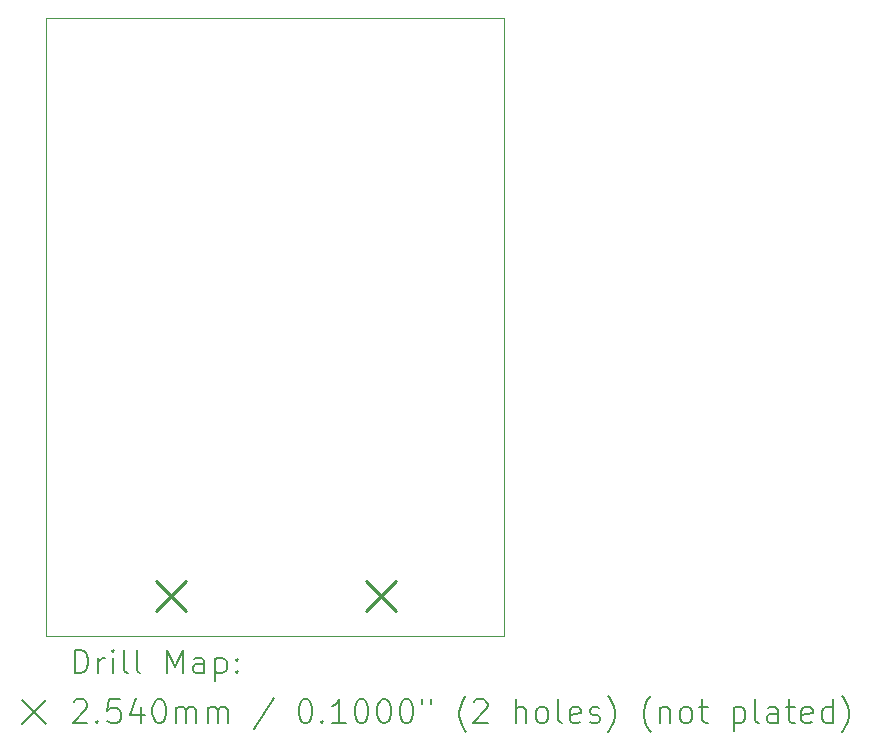
<source format=gbr>
%TF.GenerationSoftware,KiCad,Pcbnew,7.0.1*%
%TF.CreationDate,2023-04-24T15:18:02-04:00*%
%TF.ProjectId,Feather-F405-Bridge,46656174-6865-4722-9d46-3430352d4272,rev?*%
%TF.SameCoordinates,Original*%
%TF.FileFunction,Drillmap*%
%TF.FilePolarity,Positive*%
%FSLAX45Y45*%
G04 Gerber Fmt 4.5, Leading zero omitted, Abs format (unit mm)*
G04 Created by KiCad (PCBNEW 7.0.1) date 2023-04-24 15:18:02*
%MOMM*%
%LPD*%
G01*
G04 APERTURE LIST*
%ADD10C,0.100000*%
%ADD11C,0.200000*%
%ADD12C,0.254000*%
G04 APERTURE END LIST*
D10*
X4445000Y-11747500D02*
X8318500Y-11747500D01*
X8318500Y-16979900D01*
X4445000Y-16979900D01*
X4445000Y-11747500D01*
D11*
D12*
X5377000Y-16519000D02*
X5631000Y-16773000D01*
X5631000Y-16519000D02*
X5377000Y-16773000D01*
X7155000Y-16519000D02*
X7409000Y-16773000D01*
X7409000Y-16519000D02*
X7155000Y-16773000D01*
D11*
X4687619Y-17297424D02*
X4687619Y-17097424D01*
X4687619Y-17097424D02*
X4735238Y-17097424D01*
X4735238Y-17097424D02*
X4763810Y-17106948D01*
X4763810Y-17106948D02*
X4782857Y-17125995D01*
X4782857Y-17125995D02*
X4792381Y-17145043D01*
X4792381Y-17145043D02*
X4801905Y-17183138D01*
X4801905Y-17183138D02*
X4801905Y-17211710D01*
X4801905Y-17211710D02*
X4792381Y-17249805D01*
X4792381Y-17249805D02*
X4782857Y-17268852D01*
X4782857Y-17268852D02*
X4763810Y-17287900D01*
X4763810Y-17287900D02*
X4735238Y-17297424D01*
X4735238Y-17297424D02*
X4687619Y-17297424D01*
X4887619Y-17297424D02*
X4887619Y-17164090D01*
X4887619Y-17202186D02*
X4897143Y-17183138D01*
X4897143Y-17183138D02*
X4906667Y-17173614D01*
X4906667Y-17173614D02*
X4925714Y-17164090D01*
X4925714Y-17164090D02*
X4944762Y-17164090D01*
X5011429Y-17297424D02*
X5011429Y-17164090D01*
X5011429Y-17097424D02*
X5001905Y-17106948D01*
X5001905Y-17106948D02*
X5011429Y-17116471D01*
X5011429Y-17116471D02*
X5020952Y-17106948D01*
X5020952Y-17106948D02*
X5011429Y-17097424D01*
X5011429Y-17097424D02*
X5011429Y-17116471D01*
X5135238Y-17297424D02*
X5116190Y-17287900D01*
X5116190Y-17287900D02*
X5106667Y-17268852D01*
X5106667Y-17268852D02*
X5106667Y-17097424D01*
X5240000Y-17297424D02*
X5220952Y-17287900D01*
X5220952Y-17287900D02*
X5211429Y-17268852D01*
X5211429Y-17268852D02*
X5211429Y-17097424D01*
X5468571Y-17297424D02*
X5468571Y-17097424D01*
X5468571Y-17097424D02*
X5535238Y-17240281D01*
X5535238Y-17240281D02*
X5601905Y-17097424D01*
X5601905Y-17097424D02*
X5601905Y-17297424D01*
X5782857Y-17297424D02*
X5782857Y-17192662D01*
X5782857Y-17192662D02*
X5773333Y-17173614D01*
X5773333Y-17173614D02*
X5754286Y-17164090D01*
X5754286Y-17164090D02*
X5716190Y-17164090D01*
X5716190Y-17164090D02*
X5697143Y-17173614D01*
X5782857Y-17287900D02*
X5763809Y-17297424D01*
X5763809Y-17297424D02*
X5716190Y-17297424D01*
X5716190Y-17297424D02*
X5697143Y-17287900D01*
X5697143Y-17287900D02*
X5687619Y-17268852D01*
X5687619Y-17268852D02*
X5687619Y-17249805D01*
X5687619Y-17249805D02*
X5697143Y-17230757D01*
X5697143Y-17230757D02*
X5716190Y-17221233D01*
X5716190Y-17221233D02*
X5763809Y-17221233D01*
X5763809Y-17221233D02*
X5782857Y-17211710D01*
X5878095Y-17164090D02*
X5878095Y-17364090D01*
X5878095Y-17173614D02*
X5897143Y-17164090D01*
X5897143Y-17164090D02*
X5935238Y-17164090D01*
X5935238Y-17164090D02*
X5954286Y-17173614D01*
X5954286Y-17173614D02*
X5963809Y-17183138D01*
X5963809Y-17183138D02*
X5973333Y-17202186D01*
X5973333Y-17202186D02*
X5973333Y-17259329D01*
X5973333Y-17259329D02*
X5963809Y-17278376D01*
X5963809Y-17278376D02*
X5954286Y-17287900D01*
X5954286Y-17287900D02*
X5935238Y-17297424D01*
X5935238Y-17297424D02*
X5897143Y-17297424D01*
X5897143Y-17297424D02*
X5878095Y-17287900D01*
X6059048Y-17278376D02*
X6068571Y-17287900D01*
X6068571Y-17287900D02*
X6059048Y-17297424D01*
X6059048Y-17297424D02*
X6049524Y-17287900D01*
X6049524Y-17287900D02*
X6059048Y-17278376D01*
X6059048Y-17278376D02*
X6059048Y-17297424D01*
X6059048Y-17173614D02*
X6068571Y-17183138D01*
X6068571Y-17183138D02*
X6059048Y-17192662D01*
X6059048Y-17192662D02*
X6049524Y-17183138D01*
X6049524Y-17183138D02*
X6059048Y-17173614D01*
X6059048Y-17173614D02*
X6059048Y-17192662D01*
X4240000Y-17524900D02*
X4440000Y-17724900D01*
X4440000Y-17524900D02*
X4240000Y-17724900D01*
X4678095Y-17536471D02*
X4687619Y-17526948D01*
X4687619Y-17526948D02*
X4706667Y-17517424D01*
X4706667Y-17517424D02*
X4754286Y-17517424D01*
X4754286Y-17517424D02*
X4773333Y-17526948D01*
X4773333Y-17526948D02*
X4782857Y-17536471D01*
X4782857Y-17536471D02*
X4792381Y-17555519D01*
X4792381Y-17555519D02*
X4792381Y-17574567D01*
X4792381Y-17574567D02*
X4782857Y-17603138D01*
X4782857Y-17603138D02*
X4668571Y-17717424D01*
X4668571Y-17717424D02*
X4792381Y-17717424D01*
X4878095Y-17698376D02*
X4887619Y-17707900D01*
X4887619Y-17707900D02*
X4878095Y-17717424D01*
X4878095Y-17717424D02*
X4868571Y-17707900D01*
X4868571Y-17707900D02*
X4878095Y-17698376D01*
X4878095Y-17698376D02*
X4878095Y-17717424D01*
X5068571Y-17517424D02*
X4973333Y-17517424D01*
X4973333Y-17517424D02*
X4963810Y-17612662D01*
X4963810Y-17612662D02*
X4973333Y-17603138D01*
X4973333Y-17603138D02*
X4992381Y-17593614D01*
X4992381Y-17593614D02*
X5040000Y-17593614D01*
X5040000Y-17593614D02*
X5059048Y-17603138D01*
X5059048Y-17603138D02*
X5068571Y-17612662D01*
X5068571Y-17612662D02*
X5078095Y-17631710D01*
X5078095Y-17631710D02*
X5078095Y-17679329D01*
X5078095Y-17679329D02*
X5068571Y-17698376D01*
X5068571Y-17698376D02*
X5059048Y-17707900D01*
X5059048Y-17707900D02*
X5040000Y-17717424D01*
X5040000Y-17717424D02*
X4992381Y-17717424D01*
X4992381Y-17717424D02*
X4973333Y-17707900D01*
X4973333Y-17707900D02*
X4963810Y-17698376D01*
X5249524Y-17584090D02*
X5249524Y-17717424D01*
X5201905Y-17507900D02*
X5154286Y-17650757D01*
X5154286Y-17650757D02*
X5278095Y-17650757D01*
X5392381Y-17517424D02*
X5411429Y-17517424D01*
X5411429Y-17517424D02*
X5430476Y-17526948D01*
X5430476Y-17526948D02*
X5440000Y-17536471D01*
X5440000Y-17536471D02*
X5449524Y-17555519D01*
X5449524Y-17555519D02*
X5459048Y-17593614D01*
X5459048Y-17593614D02*
X5459048Y-17641233D01*
X5459048Y-17641233D02*
X5449524Y-17679329D01*
X5449524Y-17679329D02*
X5440000Y-17698376D01*
X5440000Y-17698376D02*
X5430476Y-17707900D01*
X5430476Y-17707900D02*
X5411429Y-17717424D01*
X5411429Y-17717424D02*
X5392381Y-17717424D01*
X5392381Y-17717424D02*
X5373333Y-17707900D01*
X5373333Y-17707900D02*
X5363810Y-17698376D01*
X5363810Y-17698376D02*
X5354286Y-17679329D01*
X5354286Y-17679329D02*
X5344762Y-17641233D01*
X5344762Y-17641233D02*
X5344762Y-17593614D01*
X5344762Y-17593614D02*
X5354286Y-17555519D01*
X5354286Y-17555519D02*
X5363810Y-17536471D01*
X5363810Y-17536471D02*
X5373333Y-17526948D01*
X5373333Y-17526948D02*
X5392381Y-17517424D01*
X5544762Y-17717424D02*
X5544762Y-17584090D01*
X5544762Y-17603138D02*
X5554286Y-17593614D01*
X5554286Y-17593614D02*
X5573333Y-17584090D01*
X5573333Y-17584090D02*
X5601905Y-17584090D01*
X5601905Y-17584090D02*
X5620952Y-17593614D01*
X5620952Y-17593614D02*
X5630476Y-17612662D01*
X5630476Y-17612662D02*
X5630476Y-17717424D01*
X5630476Y-17612662D02*
X5640000Y-17593614D01*
X5640000Y-17593614D02*
X5659048Y-17584090D01*
X5659048Y-17584090D02*
X5687619Y-17584090D01*
X5687619Y-17584090D02*
X5706667Y-17593614D01*
X5706667Y-17593614D02*
X5716190Y-17612662D01*
X5716190Y-17612662D02*
X5716190Y-17717424D01*
X5811429Y-17717424D02*
X5811429Y-17584090D01*
X5811429Y-17603138D02*
X5820952Y-17593614D01*
X5820952Y-17593614D02*
X5840000Y-17584090D01*
X5840000Y-17584090D02*
X5868571Y-17584090D01*
X5868571Y-17584090D02*
X5887619Y-17593614D01*
X5887619Y-17593614D02*
X5897143Y-17612662D01*
X5897143Y-17612662D02*
X5897143Y-17717424D01*
X5897143Y-17612662D02*
X5906667Y-17593614D01*
X5906667Y-17593614D02*
X5925714Y-17584090D01*
X5925714Y-17584090D02*
X5954286Y-17584090D01*
X5954286Y-17584090D02*
X5973333Y-17593614D01*
X5973333Y-17593614D02*
X5982857Y-17612662D01*
X5982857Y-17612662D02*
X5982857Y-17717424D01*
X6373333Y-17507900D02*
X6201905Y-17765043D01*
X6630476Y-17517424D02*
X6649524Y-17517424D01*
X6649524Y-17517424D02*
X6668572Y-17526948D01*
X6668572Y-17526948D02*
X6678095Y-17536471D01*
X6678095Y-17536471D02*
X6687619Y-17555519D01*
X6687619Y-17555519D02*
X6697143Y-17593614D01*
X6697143Y-17593614D02*
X6697143Y-17641233D01*
X6697143Y-17641233D02*
X6687619Y-17679329D01*
X6687619Y-17679329D02*
X6678095Y-17698376D01*
X6678095Y-17698376D02*
X6668572Y-17707900D01*
X6668572Y-17707900D02*
X6649524Y-17717424D01*
X6649524Y-17717424D02*
X6630476Y-17717424D01*
X6630476Y-17717424D02*
X6611429Y-17707900D01*
X6611429Y-17707900D02*
X6601905Y-17698376D01*
X6601905Y-17698376D02*
X6592381Y-17679329D01*
X6592381Y-17679329D02*
X6582857Y-17641233D01*
X6582857Y-17641233D02*
X6582857Y-17593614D01*
X6582857Y-17593614D02*
X6592381Y-17555519D01*
X6592381Y-17555519D02*
X6601905Y-17536471D01*
X6601905Y-17536471D02*
X6611429Y-17526948D01*
X6611429Y-17526948D02*
X6630476Y-17517424D01*
X6782857Y-17698376D02*
X6792381Y-17707900D01*
X6792381Y-17707900D02*
X6782857Y-17717424D01*
X6782857Y-17717424D02*
X6773333Y-17707900D01*
X6773333Y-17707900D02*
X6782857Y-17698376D01*
X6782857Y-17698376D02*
X6782857Y-17717424D01*
X6982857Y-17717424D02*
X6868572Y-17717424D01*
X6925714Y-17717424D02*
X6925714Y-17517424D01*
X6925714Y-17517424D02*
X6906667Y-17545995D01*
X6906667Y-17545995D02*
X6887619Y-17565043D01*
X6887619Y-17565043D02*
X6868572Y-17574567D01*
X7106667Y-17517424D02*
X7125714Y-17517424D01*
X7125714Y-17517424D02*
X7144762Y-17526948D01*
X7144762Y-17526948D02*
X7154286Y-17536471D01*
X7154286Y-17536471D02*
X7163810Y-17555519D01*
X7163810Y-17555519D02*
X7173333Y-17593614D01*
X7173333Y-17593614D02*
X7173333Y-17641233D01*
X7173333Y-17641233D02*
X7163810Y-17679329D01*
X7163810Y-17679329D02*
X7154286Y-17698376D01*
X7154286Y-17698376D02*
X7144762Y-17707900D01*
X7144762Y-17707900D02*
X7125714Y-17717424D01*
X7125714Y-17717424D02*
X7106667Y-17717424D01*
X7106667Y-17717424D02*
X7087619Y-17707900D01*
X7087619Y-17707900D02*
X7078095Y-17698376D01*
X7078095Y-17698376D02*
X7068572Y-17679329D01*
X7068572Y-17679329D02*
X7059048Y-17641233D01*
X7059048Y-17641233D02*
X7059048Y-17593614D01*
X7059048Y-17593614D02*
X7068572Y-17555519D01*
X7068572Y-17555519D02*
X7078095Y-17536471D01*
X7078095Y-17536471D02*
X7087619Y-17526948D01*
X7087619Y-17526948D02*
X7106667Y-17517424D01*
X7297143Y-17517424D02*
X7316191Y-17517424D01*
X7316191Y-17517424D02*
X7335238Y-17526948D01*
X7335238Y-17526948D02*
X7344762Y-17536471D01*
X7344762Y-17536471D02*
X7354286Y-17555519D01*
X7354286Y-17555519D02*
X7363810Y-17593614D01*
X7363810Y-17593614D02*
X7363810Y-17641233D01*
X7363810Y-17641233D02*
X7354286Y-17679329D01*
X7354286Y-17679329D02*
X7344762Y-17698376D01*
X7344762Y-17698376D02*
X7335238Y-17707900D01*
X7335238Y-17707900D02*
X7316191Y-17717424D01*
X7316191Y-17717424D02*
X7297143Y-17717424D01*
X7297143Y-17717424D02*
X7278095Y-17707900D01*
X7278095Y-17707900D02*
X7268572Y-17698376D01*
X7268572Y-17698376D02*
X7259048Y-17679329D01*
X7259048Y-17679329D02*
X7249524Y-17641233D01*
X7249524Y-17641233D02*
X7249524Y-17593614D01*
X7249524Y-17593614D02*
X7259048Y-17555519D01*
X7259048Y-17555519D02*
X7268572Y-17536471D01*
X7268572Y-17536471D02*
X7278095Y-17526948D01*
X7278095Y-17526948D02*
X7297143Y-17517424D01*
X7487619Y-17517424D02*
X7506667Y-17517424D01*
X7506667Y-17517424D02*
X7525714Y-17526948D01*
X7525714Y-17526948D02*
X7535238Y-17536471D01*
X7535238Y-17536471D02*
X7544762Y-17555519D01*
X7544762Y-17555519D02*
X7554286Y-17593614D01*
X7554286Y-17593614D02*
X7554286Y-17641233D01*
X7554286Y-17641233D02*
X7544762Y-17679329D01*
X7544762Y-17679329D02*
X7535238Y-17698376D01*
X7535238Y-17698376D02*
X7525714Y-17707900D01*
X7525714Y-17707900D02*
X7506667Y-17717424D01*
X7506667Y-17717424D02*
X7487619Y-17717424D01*
X7487619Y-17717424D02*
X7468572Y-17707900D01*
X7468572Y-17707900D02*
X7459048Y-17698376D01*
X7459048Y-17698376D02*
X7449524Y-17679329D01*
X7449524Y-17679329D02*
X7440000Y-17641233D01*
X7440000Y-17641233D02*
X7440000Y-17593614D01*
X7440000Y-17593614D02*
X7449524Y-17555519D01*
X7449524Y-17555519D02*
X7459048Y-17536471D01*
X7459048Y-17536471D02*
X7468572Y-17526948D01*
X7468572Y-17526948D02*
X7487619Y-17517424D01*
X7630476Y-17517424D02*
X7630476Y-17555519D01*
X7706667Y-17517424D02*
X7706667Y-17555519D01*
X8001905Y-17793614D02*
X7992381Y-17784090D01*
X7992381Y-17784090D02*
X7973334Y-17755519D01*
X7973334Y-17755519D02*
X7963810Y-17736471D01*
X7963810Y-17736471D02*
X7954286Y-17707900D01*
X7954286Y-17707900D02*
X7944762Y-17660281D01*
X7944762Y-17660281D02*
X7944762Y-17622186D01*
X7944762Y-17622186D02*
X7954286Y-17574567D01*
X7954286Y-17574567D02*
X7963810Y-17545995D01*
X7963810Y-17545995D02*
X7973334Y-17526948D01*
X7973334Y-17526948D02*
X7992381Y-17498376D01*
X7992381Y-17498376D02*
X8001905Y-17488852D01*
X8068572Y-17536471D02*
X8078095Y-17526948D01*
X8078095Y-17526948D02*
X8097143Y-17517424D01*
X8097143Y-17517424D02*
X8144762Y-17517424D01*
X8144762Y-17517424D02*
X8163810Y-17526948D01*
X8163810Y-17526948D02*
X8173334Y-17536471D01*
X8173334Y-17536471D02*
X8182857Y-17555519D01*
X8182857Y-17555519D02*
X8182857Y-17574567D01*
X8182857Y-17574567D02*
X8173334Y-17603138D01*
X8173334Y-17603138D02*
X8059048Y-17717424D01*
X8059048Y-17717424D02*
X8182857Y-17717424D01*
X8420953Y-17717424D02*
X8420953Y-17517424D01*
X8506667Y-17717424D02*
X8506667Y-17612662D01*
X8506667Y-17612662D02*
X8497143Y-17593614D01*
X8497143Y-17593614D02*
X8478096Y-17584090D01*
X8478096Y-17584090D02*
X8449524Y-17584090D01*
X8449524Y-17584090D02*
X8430477Y-17593614D01*
X8430477Y-17593614D02*
X8420953Y-17603138D01*
X8630477Y-17717424D02*
X8611429Y-17707900D01*
X8611429Y-17707900D02*
X8601905Y-17698376D01*
X8601905Y-17698376D02*
X8592381Y-17679329D01*
X8592381Y-17679329D02*
X8592381Y-17622186D01*
X8592381Y-17622186D02*
X8601905Y-17603138D01*
X8601905Y-17603138D02*
X8611429Y-17593614D01*
X8611429Y-17593614D02*
X8630477Y-17584090D01*
X8630477Y-17584090D02*
X8659048Y-17584090D01*
X8659048Y-17584090D02*
X8678096Y-17593614D01*
X8678096Y-17593614D02*
X8687619Y-17603138D01*
X8687619Y-17603138D02*
X8697143Y-17622186D01*
X8697143Y-17622186D02*
X8697143Y-17679329D01*
X8697143Y-17679329D02*
X8687619Y-17698376D01*
X8687619Y-17698376D02*
X8678096Y-17707900D01*
X8678096Y-17707900D02*
X8659048Y-17717424D01*
X8659048Y-17717424D02*
X8630477Y-17717424D01*
X8811429Y-17717424D02*
X8792381Y-17707900D01*
X8792381Y-17707900D02*
X8782858Y-17688852D01*
X8782858Y-17688852D02*
X8782858Y-17517424D01*
X8963810Y-17707900D02*
X8944762Y-17717424D01*
X8944762Y-17717424D02*
X8906667Y-17717424D01*
X8906667Y-17717424D02*
X8887619Y-17707900D01*
X8887619Y-17707900D02*
X8878096Y-17688852D01*
X8878096Y-17688852D02*
X8878096Y-17612662D01*
X8878096Y-17612662D02*
X8887619Y-17593614D01*
X8887619Y-17593614D02*
X8906667Y-17584090D01*
X8906667Y-17584090D02*
X8944762Y-17584090D01*
X8944762Y-17584090D02*
X8963810Y-17593614D01*
X8963810Y-17593614D02*
X8973334Y-17612662D01*
X8973334Y-17612662D02*
X8973334Y-17631710D01*
X8973334Y-17631710D02*
X8878096Y-17650757D01*
X9049524Y-17707900D02*
X9068572Y-17717424D01*
X9068572Y-17717424D02*
X9106667Y-17717424D01*
X9106667Y-17717424D02*
X9125715Y-17707900D01*
X9125715Y-17707900D02*
X9135239Y-17688852D01*
X9135239Y-17688852D02*
X9135239Y-17679329D01*
X9135239Y-17679329D02*
X9125715Y-17660281D01*
X9125715Y-17660281D02*
X9106667Y-17650757D01*
X9106667Y-17650757D02*
X9078096Y-17650757D01*
X9078096Y-17650757D02*
X9059048Y-17641233D01*
X9059048Y-17641233D02*
X9049524Y-17622186D01*
X9049524Y-17622186D02*
X9049524Y-17612662D01*
X9049524Y-17612662D02*
X9059048Y-17593614D01*
X9059048Y-17593614D02*
X9078096Y-17584090D01*
X9078096Y-17584090D02*
X9106667Y-17584090D01*
X9106667Y-17584090D02*
X9125715Y-17593614D01*
X9201905Y-17793614D02*
X9211429Y-17784090D01*
X9211429Y-17784090D02*
X9230477Y-17755519D01*
X9230477Y-17755519D02*
X9240000Y-17736471D01*
X9240000Y-17736471D02*
X9249524Y-17707900D01*
X9249524Y-17707900D02*
X9259048Y-17660281D01*
X9259048Y-17660281D02*
X9259048Y-17622186D01*
X9259048Y-17622186D02*
X9249524Y-17574567D01*
X9249524Y-17574567D02*
X9240000Y-17545995D01*
X9240000Y-17545995D02*
X9230477Y-17526948D01*
X9230477Y-17526948D02*
X9211429Y-17498376D01*
X9211429Y-17498376D02*
X9201905Y-17488852D01*
X9563810Y-17793614D02*
X9554286Y-17784090D01*
X9554286Y-17784090D02*
X9535239Y-17755519D01*
X9535239Y-17755519D02*
X9525715Y-17736471D01*
X9525715Y-17736471D02*
X9516191Y-17707900D01*
X9516191Y-17707900D02*
X9506667Y-17660281D01*
X9506667Y-17660281D02*
X9506667Y-17622186D01*
X9506667Y-17622186D02*
X9516191Y-17574567D01*
X9516191Y-17574567D02*
X9525715Y-17545995D01*
X9525715Y-17545995D02*
X9535239Y-17526948D01*
X9535239Y-17526948D02*
X9554286Y-17498376D01*
X9554286Y-17498376D02*
X9563810Y-17488852D01*
X9640000Y-17584090D02*
X9640000Y-17717424D01*
X9640000Y-17603138D02*
X9649524Y-17593614D01*
X9649524Y-17593614D02*
X9668572Y-17584090D01*
X9668572Y-17584090D02*
X9697143Y-17584090D01*
X9697143Y-17584090D02*
X9716191Y-17593614D01*
X9716191Y-17593614D02*
X9725715Y-17612662D01*
X9725715Y-17612662D02*
X9725715Y-17717424D01*
X9849524Y-17717424D02*
X9830477Y-17707900D01*
X9830477Y-17707900D02*
X9820953Y-17698376D01*
X9820953Y-17698376D02*
X9811429Y-17679329D01*
X9811429Y-17679329D02*
X9811429Y-17622186D01*
X9811429Y-17622186D02*
X9820953Y-17603138D01*
X9820953Y-17603138D02*
X9830477Y-17593614D01*
X9830477Y-17593614D02*
X9849524Y-17584090D01*
X9849524Y-17584090D02*
X9878096Y-17584090D01*
X9878096Y-17584090D02*
X9897143Y-17593614D01*
X9897143Y-17593614D02*
X9906667Y-17603138D01*
X9906667Y-17603138D02*
X9916191Y-17622186D01*
X9916191Y-17622186D02*
X9916191Y-17679329D01*
X9916191Y-17679329D02*
X9906667Y-17698376D01*
X9906667Y-17698376D02*
X9897143Y-17707900D01*
X9897143Y-17707900D02*
X9878096Y-17717424D01*
X9878096Y-17717424D02*
X9849524Y-17717424D01*
X9973334Y-17584090D02*
X10049524Y-17584090D01*
X10001905Y-17517424D02*
X10001905Y-17688852D01*
X10001905Y-17688852D02*
X10011429Y-17707900D01*
X10011429Y-17707900D02*
X10030477Y-17717424D01*
X10030477Y-17717424D02*
X10049524Y-17717424D01*
X10268572Y-17584090D02*
X10268572Y-17784090D01*
X10268572Y-17593614D02*
X10287620Y-17584090D01*
X10287620Y-17584090D02*
X10325715Y-17584090D01*
X10325715Y-17584090D02*
X10344762Y-17593614D01*
X10344762Y-17593614D02*
X10354286Y-17603138D01*
X10354286Y-17603138D02*
X10363810Y-17622186D01*
X10363810Y-17622186D02*
X10363810Y-17679329D01*
X10363810Y-17679329D02*
X10354286Y-17698376D01*
X10354286Y-17698376D02*
X10344762Y-17707900D01*
X10344762Y-17707900D02*
X10325715Y-17717424D01*
X10325715Y-17717424D02*
X10287620Y-17717424D01*
X10287620Y-17717424D02*
X10268572Y-17707900D01*
X10478096Y-17717424D02*
X10459048Y-17707900D01*
X10459048Y-17707900D02*
X10449524Y-17688852D01*
X10449524Y-17688852D02*
X10449524Y-17517424D01*
X10640001Y-17717424D02*
X10640001Y-17612662D01*
X10640001Y-17612662D02*
X10630477Y-17593614D01*
X10630477Y-17593614D02*
X10611429Y-17584090D01*
X10611429Y-17584090D02*
X10573334Y-17584090D01*
X10573334Y-17584090D02*
X10554286Y-17593614D01*
X10640001Y-17707900D02*
X10620953Y-17717424D01*
X10620953Y-17717424D02*
X10573334Y-17717424D01*
X10573334Y-17717424D02*
X10554286Y-17707900D01*
X10554286Y-17707900D02*
X10544762Y-17688852D01*
X10544762Y-17688852D02*
X10544762Y-17669805D01*
X10544762Y-17669805D02*
X10554286Y-17650757D01*
X10554286Y-17650757D02*
X10573334Y-17641233D01*
X10573334Y-17641233D02*
X10620953Y-17641233D01*
X10620953Y-17641233D02*
X10640001Y-17631710D01*
X10706667Y-17584090D02*
X10782858Y-17584090D01*
X10735239Y-17517424D02*
X10735239Y-17688852D01*
X10735239Y-17688852D02*
X10744762Y-17707900D01*
X10744762Y-17707900D02*
X10763810Y-17717424D01*
X10763810Y-17717424D02*
X10782858Y-17717424D01*
X10925715Y-17707900D02*
X10906667Y-17717424D01*
X10906667Y-17717424D02*
X10868572Y-17717424D01*
X10868572Y-17717424D02*
X10849524Y-17707900D01*
X10849524Y-17707900D02*
X10840001Y-17688852D01*
X10840001Y-17688852D02*
X10840001Y-17612662D01*
X10840001Y-17612662D02*
X10849524Y-17593614D01*
X10849524Y-17593614D02*
X10868572Y-17584090D01*
X10868572Y-17584090D02*
X10906667Y-17584090D01*
X10906667Y-17584090D02*
X10925715Y-17593614D01*
X10925715Y-17593614D02*
X10935239Y-17612662D01*
X10935239Y-17612662D02*
X10935239Y-17631710D01*
X10935239Y-17631710D02*
X10840001Y-17650757D01*
X11106667Y-17717424D02*
X11106667Y-17517424D01*
X11106667Y-17707900D02*
X11087620Y-17717424D01*
X11087620Y-17717424D02*
X11049524Y-17717424D01*
X11049524Y-17717424D02*
X11030477Y-17707900D01*
X11030477Y-17707900D02*
X11020953Y-17698376D01*
X11020953Y-17698376D02*
X11011429Y-17679329D01*
X11011429Y-17679329D02*
X11011429Y-17622186D01*
X11011429Y-17622186D02*
X11020953Y-17603138D01*
X11020953Y-17603138D02*
X11030477Y-17593614D01*
X11030477Y-17593614D02*
X11049524Y-17584090D01*
X11049524Y-17584090D02*
X11087620Y-17584090D01*
X11087620Y-17584090D02*
X11106667Y-17593614D01*
X11182858Y-17793614D02*
X11192381Y-17784090D01*
X11192381Y-17784090D02*
X11211429Y-17755519D01*
X11211429Y-17755519D02*
X11220953Y-17736471D01*
X11220953Y-17736471D02*
X11230477Y-17707900D01*
X11230477Y-17707900D02*
X11240000Y-17660281D01*
X11240000Y-17660281D02*
X11240000Y-17622186D01*
X11240000Y-17622186D02*
X11230477Y-17574567D01*
X11230477Y-17574567D02*
X11220953Y-17545995D01*
X11220953Y-17545995D02*
X11211429Y-17526948D01*
X11211429Y-17526948D02*
X11192381Y-17498376D01*
X11192381Y-17498376D02*
X11182858Y-17488852D01*
M02*

</source>
